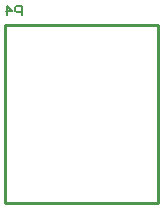
<source format=gbo>
G04*
G04 #@! TF.GenerationSoftware,Altium Limited,Altium Designer,19.1.8 (144)*
G04*
G04 Layer_Color=32896*
%FSLAX25Y25*%
%MOIN*%
G70*
G01*
G75*
%ADD14C,0.01000*%
%ADD16C,0.00600*%
D14*
X802394Y246354D02*
Y305646D01*
X751606Y246354D02*
Y305646D01*
Y246354D02*
X802394D01*
X751606Y305646D02*
X802394D01*
D16*
X757006Y308700D02*
Y311899D01*
X755407D01*
X754873Y311366D01*
Y310299D01*
X755407Y309766D01*
X757006D01*
X752208Y308700D02*
Y311899D01*
X753807Y310299D01*
X751674D01*
M02*

</source>
